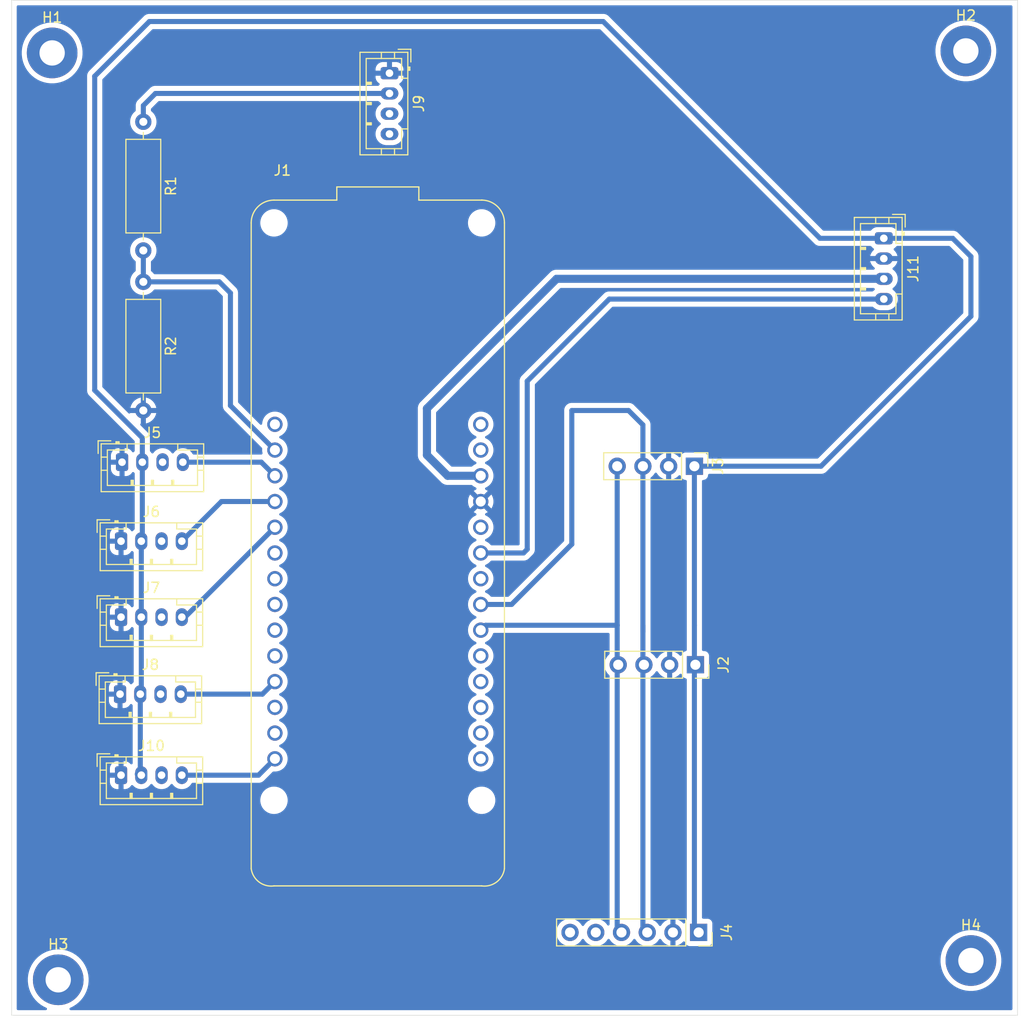
<source format=kicad_pcb>
(kicad_pcb (version 20241229) (generator "pcbnew") (generator_version "9.0")
  (title_block (title "SMART FARMING PROJECT BOARD") (date "2025-03-08"))
  (layers (0 "F.Cu" signal) (2 "B.Cu" signal) (13 "F.Paste" user) (15 "B.Paste" user) (5 "F.SilkS" user "F.Silkscreen") (7 "B.SilkS" user "B.Silkscreen") (1 "F.Mask" user) (3 "B.Mask" user) (25 "Edge.Cuts" user))
  (net 0 "")
  (net 1 "GND")
  (net 2 "/A2")
  (net 3 "/D5")
  (net 4 "/D1")
  (net 5 "/D3")
  (net 6 "/D2")
  (net 7 "/D7")
  (net 8 "/AREF")
  (net 9 "/5V")
  (net 10 "VCC")
  (net 11 "/SDA")
  (net 12 "/SCL")
  (net 13 "/D4")
  (net 14 "Vbat")
  (net 15 "/A5")
  (net 16 "/RESET")
  (net 17 "/D0")
  (net 18 "/MISO")
  (net 19 "/A3")
  (net 20 "/A6")
  (net 21 "/RX")
  (net 22 "/VIN")
  (net 23 "/SCK")
  (net 24 "/A1")
  (net 25 "/D6")
  (net 26 "/A4")
  (net 27 "/D14")
  (net 28 "/A0")
  (net 29 "/MOSI")
  (net 35 "VOUT")
  (footprint "MountingHole:MountingHole_2.5mm_Pad" (layer "F.Cu") (at 105.2 136)
    (property "Reference" "H3" (at 0 -3.5 0) (layer "F.SilkS"))
    (property "Value" "MountingHole")
    (pad "1" thru_hole circle (at 0 0) (size 5 5) (drill 2.5) (layers "*.Cu" "*.Mask"))
  )
  (footprint "Resistor_THT:R_Axial_DIN0309_L9.0mm_D3.2mm_P12.70mm_Horizontal" (layer "F.Cu") (at 113.6 67.1 -90)
    (property "Reference" "R2" (at 6.35 -2.72 90) (layer "F.SilkS"))
    (property "Value" "164k")
    (fp_line (start 1.73 1.72) (end 10.97 1.72) (stroke (width 0.12)) (layer "F.SilkS"))
    (fp_line (start 10.97 1.72) (end 10.97 -1.72) (stroke (width 0.12)) (layer "F.SilkS"))
    (fp_line (start 1.04 0) (end 1.73 0) (stroke (width 0.12)) (layer "F.SilkS"))
    (fp_line (start 11.66 0) (end 10.97 0) (stroke (width 0.12)) (layer "F.SilkS"))
    (fp_line (start 1.73 -1.72) (end 1.73 1.72) (stroke (width 0.12)) (layer "F.SilkS"))
    (fp_line (start 10.97 -1.72) (end 1.73 -1.72) (stroke (width 0.12)) (layer "F.SilkS"))
    (pad "1" thru_hole circle (at 0 0 270) (size 1.6 1.6) (drill 0.8) (layers "*.Cu" "*.Mask") (net 28 "/A0"))
    (pad "2" thru_hole oval (at 12.7 0 270) (size 1.6 1.6) (drill 0.8) (layers "*.Cu" "*.Mask") (net 1 "GND"))
  )
  (footprint "Connector_JST:JST_PH_B4B-PH-K_1x04_P2.00mm_Vertical" (layer "F.Cu") (at 111.4 115.8)
    (property "Reference" "J10" (at 3 -2.9 0) (layer "F.SilkS"))
    (property "Value" "Capteur_temperature_sous_sol")
    (fp_line (start -2.36 -2.11) (end -2.36 -0.86) (stroke (width 0.12)) (layer "F.SilkS"))
    (fp_line (start -2.06 -1.81) (end -2.06 2.91) (stroke (width 0.12)) (layer "F.SilkS"))
    (fp_line (start -2.06 -0.5) (end -1.45 -0.5) (stroke (width 0.12)) (layer "F.SilkS"))
    (fp_line (start -2.06 0.8) (end -1.45 0.8) (stroke (width 0.12)) (layer "F.SilkS"))
    (fp_line (start -2.06 2.91) (end 8.06 2.91) (stroke (width 0.12)) (layer "F.SilkS"))
    (fp_line (start -1.45 -1.2) (end -1.45 2.3) (stroke (width 0.12)) (layer "F.SilkS"))
    (fp_line (start -1.45 2.3) (end 7.45 2.3) (stroke (width 0.12)) (layer "F.SilkS"))
    (fp_line (start -1.11 -2.11) (end -2.36 -2.11) (stroke (width 0.12)) (layer "F.SilkS"))
    (fp_line (start -0.6 -2.01) (end -0.6 -1.81) (stroke (width 0.12)) (layer "F.SilkS"))
    (fp_line (start -0.3 -2.01) (end -0.6 -2.01) (stroke (width 0.12)) (layer "F.SilkS"))
    (fp_line (start -0.3 -1.91) (end -0.6 -1.91) (stroke (width 0.12)) (layer "F.SilkS"))
    (fp_line (start -0.3 -1.81) (end -0.3 -2.01) (stroke (width 0.12)) (layer "F.SilkS"))
    (fp_line (start 0.5 -1.81) (end 0.5 -1.2) (stroke (width 0.12)) (layer "F.SilkS"))
    (fp_line (start 0.5 -1.2) (end -1.45 -1.2) (stroke (width 0.12)) (layer "F.SilkS"))
    (fp_line (start 0.9 1.8) (end 1.1 1.8) (stroke (width 0.12)) (layer "F.SilkS"))
    (fp_line (start 0.9 2.3) (end 0.9 1.8) (stroke (width 0.12)) (layer "F.SilkS"))
    (fp_line (start 1 2.3) (end 1 1.8) (stroke (width 0.12)) (layer "F.SilkS"))
    (fp_line (start 1.1 1.8) (end 1.1 2.3) (stroke (width 0.12)) (layer "F.SilkS"))
    (fp_line (start 2.9 1.8) (end 3.1 1.8) (stroke (width 0.12)) (layer "F.SilkS"))
    (fp_line (start 2.9 2.3) (end 2.9 1.8) (stroke (width 0.12)) (layer "F.SilkS"))
    (fp_line (start 3 2.3) (end 3 1.8) (stroke (width 0.12)) (layer "F.SilkS"))
    (fp_line (start 3.1 1.8) (end 3.1 2.3) (stroke (width 0.12)) (layer "F.SilkS"))
    (fp_line (start 4.9 1.8) (end 5.1 1.8) (stroke (width 0.12)) (layer "F.SilkS"))
    (fp_line (start 4.9 2.3) (end 4.9 1.8) (stroke (width 0.12)) (layer "F.SilkS"))
    (fp_line (start 5 2.3) (end 5 1.8) (stroke (width 0.12)) (layer "F.SilkS"))
    (fp_line (start 5.1 1.8) (end 5.1 2.3) (stroke (width 0.12)) (layer "F.SilkS"))
    (fp_line (start 5.5 -1.2) (end 5.5 -1.81) (stroke (width 0.12)) (layer "F.SilkS"))
    (fp_line (start 7.45 -1.2) (end 5.5 -1.2) (stroke (width 0.12)) (layer "F.SilkS"))
    (fp_line (start 7.45 2.3) (end 7.45 -1.2) (stroke (width 0.12)) (layer "F.SilkS"))
    (fp_line (start 8.06 -1.81) (end -2.06 -1.81) (stroke (width 0.12)) (layer "F.SilkS"))
    (fp_line (start 8.06 -0.5) (end 7.45 -0.5) (stroke (width 0.12)) (layer "F.SilkS"))
    (fp_line (start 8.06 0.8) (end 7.45 0.8) (stroke (width 0.12)) (layer "F.SilkS"))
    (fp_line (start 8.06 2.91) (end 8.06 -1.81) (stroke (width 0.12)) (layer "F.SilkS"))
    (pad "1" thru_hole roundrect (at 0 0) (size 1.2 1.75) (drill 0.75) (layers "*.Cu" "*.Mask") (roundrect_rratio 0.208333) (net 1 "GND"))
    (pad "2" thru_hole oval (at 2 0) (size 1.2 1.75) (drill 0.75) (layers "*.Cu" "*.Mask") (net 35 "VOUT"))
    (pad "3" thru_hole oval (at 4 0) (size 1.2 1.75) (drill 0.75) (layers "*.Cu" "*.Mask"))
    (pad "4" thru_hole oval (at 6 0) (size 1.2 1.75) (drill 0.75) (layers "*.Cu" "*.Mask") (net 3 "/D5"))
  )
  (footprint "Connector_JST:JST_PH_B4B-PH-K_1x04_P2.00mm_Vertical" (layer "F.Cu") (at 111.4 92.7)
    (property "Reference" "J6" (at 3 -2.9 0) (layer "F.SilkS"))
    (property "Value" "Capteur_humidite_sous_sol_20cm")
    (fp_line (start -2.36 -2.11) (end -2.36 -0.86) (stroke (width 0.12)) (layer "F.SilkS"))
    (fp_line (start -2.06 -1.81) (end -2.06 2.91) (stroke (width 0.12)) (layer "F.SilkS"))
    (fp_line (start -2.06 -0.5) (end -1.45 -0.5) (stroke (width 0.12)) (layer "F.SilkS"))
    (fp_line (start -2.06 0.8) (end -1.45 0.8) (stroke (width 0.12)) (layer "F.SilkS"))
    (fp_line (start -2.06 2.91) (end 8.06 2.91) (stroke (width 0.12)) (layer "F.SilkS"))
    (fp_line (start -1.45 -1.2) (end -1.45 2.3) (stroke (width 0.12)) (layer "F.SilkS"))
    (fp_line (start -1.45 2.3) (end 7.45 2.3) (stroke (width 0.12)) (layer "F.SilkS"))
    (fp_line (start -1.11 -2.11) (end -2.36 -2.11) (stroke (width 0.12)) (layer "F.SilkS"))
    (fp_line (start -0.6 -2.01) (end -0.6 -1.81) (stroke (width 0.12)) (layer "F.SilkS"))
    (fp_line (start -0.3 -2.01) (end -0.6 -2.01) (stroke (width 0.12)) (layer "F.SilkS"))
    (fp_line (start -0.3 -1.91) (end -0.6 -1.91) (stroke (width 0.12)) (layer "F.SilkS"))
    (fp_line (start -0.3 -1.81) (end -0.3 -2.01) (stroke (width 0.12)) (layer "F.SilkS"))
    (fp_line (start 0.5 -1.81) (end 0.5 -1.2) (stroke (width 0.12)) (layer "F.SilkS"))
    (fp_line (start 0.5 -1.2) (end -1.45 -1.2) (stroke (width 0.12)) (layer "F.SilkS"))
    (fp_line (start 0.9 1.8) (end 1.1 1.8) (stroke (width 0.12)) (layer "F.SilkS"))
    (fp_line (start 0.9 2.3) (end 0.9 1.8) (stroke (width 0.12)) (layer "F.SilkS"))
    (fp_line (start 1 2.3) (end 1 1.8) (stroke (width 0.12)) (layer "F.SilkS"))
    (fp_line (start 1.1 1.8) (end 1.1 2.3) (stroke (width 0.12)) (layer "F.SilkS"))
    (fp_line (start 2.9 1.8) (end 3.1 1.8) (stroke (width 0.12)) (layer "F.SilkS"))
    (fp_line (start 2.9 2.3) (end 2.9 1.8) (stroke (width 0.12)) (layer "F.SilkS"))
    (fp_line (start 3 2.3) (end 3 1.8) (stroke (width 0.12)) (layer "F.SilkS"))
    (fp_line (start 3.1 1.8) (end 3.1 2.3) (stroke (width 0.12)) (layer "F.SilkS"))
    (fp_line (start 4.9 1.8) (end 5.1 1.8) (stroke (width 0.12)) (layer "F.SilkS"))
    (fp_line (start 4.9 2.3) (end 4.9 1.8) (stroke (width 0.12)) (layer "F.SilkS"))
    (fp_line (start 5 2.3) (end 5 1.8) (stroke (width 0.12)) (layer "F.SilkS"))
    (fp_line (start 5.1 1.8) (end 5.1 2.3) (stroke (width 0.12)) (layer "F.SilkS"))
    (fp_line (start 5.5 -1.2) (end 5.5 -1.81) (stroke (width 0.12)) (layer "F.SilkS"))
    (fp_line (start 7.45 -1.2) (end 5.5 -1.2) (stroke (width 0.12)) (layer "F.SilkS"))
    (fp_line (start 7.45 2.3) (end 7.45 -1.2) (stroke (width 0.12)) (layer "F.SilkS"))
    (fp_line (start 8.06 -1.81) (end -2.06 -1.81) (stroke (width 0.12)) (layer "F.SilkS"))
    (fp_line (start 8.06 -0.5) (end 7.45 -0.5) (stroke (width 0.12)) (layer "F.SilkS"))
    (fp_line (start 8.06 0.8) (end 7.45 0.8) (stroke (width 0.12)) (layer "F.SilkS"))
    (fp_line (start 8.06 2.91) (end 8.06 -1.81) (stroke (width 0.12)) (layer "F.SilkS"))
    (pad "1" thru_hole roundrect (at 0 0) (size 1.2 1.75) (drill 0.75) (layers "*.Cu" "*.Mask") (roundrect_rratio 0.208333) (net 1 "GND"))
    (pad "2" thru_hole oval (at 2 0) (size 1.2 1.75) (drill 0.75) (layers "*.Cu" "*.Mask") (net 35 "VOUT"))
    (pad "3" thru_hole oval (at 4 0) (size 1.2 1.75) (drill 0.75) (layers "*.Cu" "*.Mask"))
    (pad "4" thru_hole oval (at 6 0) (size 1.2 1.75) (drill 0.75) (layers "*.Cu" "*.Mask") (net 2 "/A2"))
  )
  (footprint "Connector_JST:JST_PH_B4B-PH-K_1x04_P2.00mm_Vertical" (layer "F.Cu") (at 111.3 107.8)
    (property "Reference" "J8" (at 3 -2.9 0) (layer "F.SilkS"))
    (property "Value" "DHT22")
    (fp_line (start -2.36 -2.11) (end -2.36 -0.86) (stroke (width 0.12)) (layer "F.SilkS"))
    (fp_line (start -2.06 -1.81) (end -2.06 2.91) (stroke (width 0.12)) (layer "F.SilkS"))
    (fp_line (start -2.06 -0.5) (end -1.45 -0.5) (stroke (width 0.12)) (layer "F.SilkS"))
    (fp_line (start -2.06 0.8) (end -1.45 0.8) (stroke (width 0.12)) (layer "F.SilkS"))
    (fp_line (start -2.06 2.91) (end 8.06 2.91) (stroke (width 0.12)) (layer "F.SilkS"))
    (fp_line (start -1.45 -1.2) (end -1.45 2.3) (stroke (width 0.12)) (layer "F.SilkS"))
    (fp_line (start -1.45 2.3) (end 7.45 2.3) (stroke (width 0.12)) (layer "F.SilkS"))
    (fp_line (start -1.11 -2.11) (end -2.36 -2.11) (stroke (width 0.12)) (layer "F.SilkS"))
    (fp_line (start -0.6 -2.01) (end -0.6 -1.81) (stroke (width 0.12)) (layer "F.SilkS"))
    (fp_line (start -0.3 -2.01) (end -0.6 -2.01) (stroke (width 0.12)) (layer "F.SilkS"))
    (fp_line (start -0.3 -1.91) (end -0.6 -1.91) (stroke (width 0.12)) (layer "F.SilkS"))
    (fp_line (start -0.3 -1.81) (end -0.3 -2.01) (stroke (width 0.12)) (layer "F.SilkS"))
    (fp_line (start 0.5 -1.81) (end 0.5 -1.2) (stroke (width 0.12)) (layer "F.SilkS"))
    (fp_line (start 0.5 -1.2) (end -1.45 -1.2) (stroke (width 0.12)) (layer "F.SilkS"))
    (fp_line (start 0.9 1.8) (end 1.1 1.8) (stroke (width 0.12)) (layer "F.SilkS"))
    (fp_line (start 0.9 2.3) (end 0.9 1.8) (stroke (width 0.12)) (layer "F.SilkS"))
    (fp_line (start 1 2.3) (end 1 1.8) (stroke (width 0.12)) (layer "F.SilkS"))
    (fp_line (start 1.1 1.8) (end 1.1 2.3) (stroke (width 0.12)) (layer "F.SilkS"))
    (fp_line (start 2.9 1.8) (end 3.1 1.8) (stroke (width 0.12)) (layer "F.SilkS"))
    (fp_line (start 2.9 2.3) (end 2.9 1.8) (stroke (width 0.12)) (layer "F.SilkS"))
    (fp_line (start 3 2.3) (end 3 1.8) (stroke (width 0.12)) (layer "F.SilkS"))
    (fp_line (start 3.1 1.8) (end 3.1 2.3) (stroke (width 0.12)) (layer "F.SilkS"))
    (fp_line (start 4.9 1.8) (end 5.1 1.8) (stroke (width 0.12)) (layer "F.SilkS"))
    (fp_line (start 4.9 2.3) (end 4.9 1.8) (stroke (width 0.12)) (layer "F.SilkS"))
    (fp_line (start 5 2.3) (end 5 1.8) (stroke (width 0.12)) (layer "F.SilkS"))
    (fp_line (start 5.1 1.8) (end 5.1 2.3) (stroke (width 0.12)) (layer "F.SilkS"))
    (fp_line (start 5.5 -1.2) (end 5.5 -1.81) (stroke (width 0.12)) (layer "F.SilkS"))
    (fp_line (start 7.45 -1.2) (end 5.5 -1.2) (stroke (width 0.12)) (layer "F.SilkS"))
    (fp_line (start 7.45 2.3) (end 7.45 -1.2) (stroke (width 0.12)) (layer "F.SilkS"))
    (fp_line (start 8.06 -1.81) (end -2.06 -1.81) (stroke (width 0.12)) (layer "F.SilkS"))
    (fp_line (start 8.06 -0.5) (end 7.45 -0.5) (stroke (width 0.12)) (layer "F.SilkS"))
    (fp_line (start 8.06 0.8) (end 7.45 0.8) (stroke (width 0.12)) (layer "F.SilkS"))
    (fp_line (start 8.06 2.91) (end 8.06 -1.81) (stroke (width 0.12)) (layer "F.SilkS"))
    (pad "1" thru_hole roundrect (at 0 0) (size 1.2 1.75) (drill 0.75) (layers "*.Cu" "*.Mask") (roundrect_rratio 0.208333) (net 1 "GND"))
    (pad "2" thru_hole oval (at 2 0) (size 1.2 1.75) (drill 0.75) (layers "*.Cu" "*.Mask") (net 35 "VOUT"))
    (pad "3" thru_hole oval (at 4 0) (size 1.2 1.75) (drill 0.75) (layers "*.Cu" "*.Mask"))
    (pad "4" thru_hole oval (at 6 0) (size 1.2 1.75) (drill 0.75) (layers "*.Cu" "*.Mask") (net 6 "/D2"))
  )
  (footprint "Connector_JST:JST_PH_B4B-PH-K_1x04_P2.00mm_Vertical" (layer "F.Cu") (at 137.9 46.5 -90)
    (property "Reference" "J9" (at 3 -2.9 90) (layer "F.SilkS"))
    (property "Value" "battery_input")
    (fp_line (start -2.06 2.91) (end 8.06 2.91) (stroke (width 0.12)) (layer "F.SilkS"))
    (fp_line (start 8.06 2.91) (end 8.06 -1.81) (stroke (width 0.12)) (layer "F.SilkS"))
    (fp_line (start -1.45 2.3) (end 7.45 2.3) (stroke (width 0.12)) (layer "F.SilkS"))
    (fp_line (start 0.9 2.3) (end 0.9 1.8) (stroke (width 0.12)) (layer "F.SilkS"))
    (fp_line (start 1 2.3) (end 1 1.8) (stroke (width 0.12)) (layer "F.SilkS"))
    (fp_line (start 2.9 2.3) (end 2.9 1.8) (stroke (width 0.12)) (layer "F.SilkS"))
    (fp_line (start 3 2.3) (end 3 1.8) (stroke (width 0.12)) (layer "F.SilkS"))
    (fp_line (start 4.9 2.3) (end 4.9 1.8) (stroke (width 0.12)) (layer "F.SilkS"))
    (fp_line (start 5 2.3) (end 5 1.8) (stroke (width 0.12)) (layer "F.SilkS"))
    (fp_line (start 7.45 2.3) (end 7.45 -1.2) (stroke (width 0.12)) (layer "F.SilkS"))
    (fp_line (start 0.9 1.8) (end 1.1 1.8) (stroke (width 0.12)) (layer "F.SilkS"))
    (fp_line (start 1.1 1.8) (end 1.1 2.3) (stroke (width 0.12)) (layer "F.SilkS"))
    (fp_line (start 2.9 1.8) (end 3.1 1.8) (stroke (width 0.12)) (layer "F.SilkS"))
    (fp_line (start 3.1 1.8) (end 3.1 2.3) (stroke (width 0.12)) (layer "F.SilkS"))
    (fp_line (start 4.9 1.8) (end 5.1 1.8) (stroke (width 0.12)) (layer "F.SilkS"))
    (fp_line (start 5.1 1.8) (end 5.1 2.3) (stroke (width 0.12)) (layer "F.SilkS"))
    (fp_line (start -2.06 0.8) (end -1.45 0.8) (stroke (width 0.12)) (layer "F.SilkS"))
    (fp_line (start 8.06 0.8) (end 7.45 0.8) (stroke (width 0.12)) (layer "F.SilkS"))
    (fp_line (start -2.06 -0.5) (end -1.45 -0.5) (stroke (width 0.12)) (layer "F.SilkS"))
    (fp_line (start 8.06 -0.5) (end 7.45 -0.5) (stroke (width 0.12)) (layer "F.SilkS"))
    (fp_line (start -1.45 -1.2) (end -1.45 2.3) (stroke (width 0.12)) (layer "F.SilkS"))
    (fp_line (start 0.5 -1.2) (end -1.45 -1.2) (stroke (width 0.12)) (layer "F.SilkS"))
    (fp_line (start 5.5 -1.2) (end 5.5 -1.81) (stroke (width 0.12)) (layer "F.SilkS"))
    (fp_line (start 7.45 -1.2) (end 5.5 -1.2) (stroke (width 0.12)) (layer "F.SilkS"))
    (fp_line (start -2.06 -1.81) (end -2.06 2.91) (stroke (width 0.12)) (layer "F.SilkS"))
    (fp_line (start -0.3 -1.81) (end -0.3 -2.01) (stroke (width 0.12)) (layer "F.SilkS"))
    (fp_line (start 0.5 -1.81) (end 0.5 -1.2) (stroke (width 0.12)) (layer "F.SilkS"))
    (fp_line (start 8.06 -1.81) (end -2.06 -1.81) (stroke (width 0.12)) (layer "F.SilkS"))
    (fp_line (start -0.3 -1.91) (end -0.6 -1.91) (stroke (width 0.12)) (layer "F.SilkS"))
    (fp_line (start -0.6 -2.01) (end -0.6 -1.81) (stroke (width 0.12)) (layer "F.SilkS"))
    (fp_line (start -0.3 -2.01) (end -0.6 -2.01) (stroke (width 0.12)) (layer "F.SilkS"))
    (fp_line (start -2.36 -2.11) (end -2.36 -0.86) (stroke (width 0.12)) (layer "F.SilkS"))
    (fp_line (start -1.11 -2.11) (end -2.36 -2.11) (stroke (width 0.12)) (layer "F.SilkS"))
    (pad "1" thru_hole roundrect (at 0 0 270) (size 1.2 1.75) (drill 0.75) (layers "*.Cu" "*.Mask") (roundrect_rratio 0.208333) (net 1 "GND"))
    (pad "2" thru_hole oval (at 2 0 270) (size 1.2 1.75) (drill 0.75) (layers "*.Cu" "*.Mask") (net 14 "Vbat"))
    (pad "3" thru_hole oval (at 4 0 270) (size 1.2 1.75) (drill 0.75) (layers "*.Cu" "*.Mask"))
    (pad "4" thru_hole oval (at 6 0 270) (size 1.2 1.75) (drill 0.75) (layers "*.Cu" "*.Mask"))
  )
  (footprint "Connector_JST:JST_PH_B4B-PH-K_1x04_P2.00mm_Vertical" (layer "F.Cu") (at 111.4 100.2)
    (property "Reference" "J7" (at 3 -2.9 0) (layer "F.SilkS"))
    (property "Value" "Capteur_humidite_sous_sol_30cm")
    (fp_line (start -2.36 -2.11) (end -2.36 -0.86) (stroke (width 0.12)) (layer "F.SilkS"))
    (fp_line (start -2.06 -1.81) (end -2.06 2.91) (stroke (width 0.12)) (layer "F.SilkS"))
    (fp_line (start -2.06 -0.5) (end -1.45 -0.5) (stroke (width 0.12)) (layer "F.SilkS"))
    (fp_line (start -2.06 0.8) (end -1.45 0.8) (stroke (width 0.12)) (layer "F.SilkS"))
    (fp_line (start -2.06 2.91) (end 8.06 2.91) (stroke (width 0.12)) (layer "F.SilkS"))
    (fp_line (start -1.45 -1.2) (end -1.45 2.3) (stroke (width 0.12)) (layer "F.SilkS"))
    (fp_line (start -1.45 2.3) (end 7.45 2.3) (stroke (width 0.12)) (layer "F.SilkS"))
    (fp_line (start -1.11 -2.11) (end -2.36 -2.11) (stroke (width 0.12)) (layer "F.SilkS"))
    (fp_line (start -0.6 -2.01) (end -0.6 -1.81) (stroke (width 0.12)) (layer "F.SilkS"))
    (fp_line (start -0.3 -2.01) (end -0.6 -2.01) (stroke (width 0.12)) (layer "F.SilkS"))
    (fp_line (start -0.3 -1.91) (end -0.6 -1.91) (stroke (width 0.12)) (layer "F.SilkS"))
    (fp_line (start -0.3 -1.81) (end -0.3 -2.01) (stroke (width 0.12)) (layer "F.SilkS"))
    (fp_line (start 0.5 -1.81) (end 0.5 -1.2) (stroke (width 0.12)) (layer "F.SilkS"))
    (fp_line (start 0.5 -1.2) (end -1.45 -1.2) (stroke (width 0.12)) (layer "F.SilkS"))
    (fp_line (start 0.9 1.8) (end 1.1 1.8) (stroke (width 0.12)) (layer "F.SilkS"))
    (fp_line (start 0.9 2.3) (end 0.9 1.8) (stroke (width 0.12)) (layer "F.SilkS"))
    (fp_line (start 1 2.3) (end 1 1.8) (stroke (width 0.12)) (layer "F.SilkS"))
    (fp_line (start 1.1 1.8) (end 1.1 2.3) (stroke (width 0.12)) (layer "F.SilkS"))
    (fp_line (start 2.9 1.8) (end 3.1 1.8) (stroke (width 0.12)) (layer "F.SilkS"))
    (fp_line (start 2.9 2.3) (end 2.9 1.8) (stroke (width 0.12)) (layer "F.SilkS"))
    (fp_line (start 3 2.3) (end 3 1.8) (stroke (width 0.12)) (layer "F.SilkS"))
    (fp_line (start 3.1 1.8) (end 3.1 2.3) (stroke (width 0.12)) (layer "F.SilkS"))
    (fp_line (start 4.9 1.8) (end 5.1 1.8) (stroke (width 0.12)) (layer "F.SilkS"))
    (fp_line (start 4.9 2.3) (end 4.9 1.8) (stroke (width 0.12)) (layer "F.SilkS"))
    (fp_line (start 5 2.3) (end 5 1.8) (stroke (width 0.12)) (layer "F.SilkS"))
    (fp_line (start 5.1 1.8) (end 5.1 2.3) (stroke (width 0.12)) (layer "F.SilkS"))
    (fp_line (start 5.5 -1.2) (end 5.5 -1.81) (stroke (width 0.12)) (layer "F.SilkS"))
    (fp_line (start 7.45 -1.2) (end 5.5 -1.2) (stroke (width 0.12)) (layer "F.SilkS"))
    (fp_line (start 7.45 2.3) (end 7.45 -1.2) (stroke (width 0.12)) (layer "F.SilkS"))
    (fp_line (start 8.06 -1.81) (end -2.06 -1.81) (stroke (width 0.12)) (layer "F.SilkS"))
    (fp_line (start 8.06 -0.5) (end 7.45 -0.5) (stroke (width 0.12)) (layer "F.SilkS"))
    (fp_line (start 8.06 0.8) (end 7.45 0.8) (stroke (width 0.12)) (layer "F.SilkS"))
    (fp_line (start 8.06 2.91) (end 8.06 -1.81) (stroke (width 0.12)) (layer "F.SilkS"))
    (pad "1" thru_hole roundrect (at 0 0) (size 1.2 1.75) (drill 0.75) (layers "*.Cu" "*.Mask") (roundrect_rratio 0.208333) (net 1 "GND"))
    (pad "2" thru_hole oval (at 2 0) (size 1.2 1.75) (drill 0.75) (layers "*.Cu" "*.Mask") (net 35 "VOUT"))
    (pad "3" thru_hole oval (at 4 0) (size 1.2 1.75) (drill 0.75) (layers "*.Cu" "*.Mask"))
    (pad "4" thru_hole oval (at 6 0) (size 1.2 1.75) (drill 0.75) (layers "*.Cu" "*.Mask") (net 19 "/A3"))
  )
  (footprint "Connector_JST:JST_PH_B4B-PH-K_1x04_P2.00mm_Vertical" (layer "F.Cu") (at 186.7 62.8 -90)
    (property "Reference" "J11" (at 3 -2.9 90) (layer "F.SilkS"))
    (property "Value" "regulateur_tension")
    (fp_line (start -2.06 2.91) (end 8.06 2.91) (stroke (width 0.12)) (layer "F.SilkS"))
    (fp_line (start 8.06 2.91) (end 8.06 -1.81) (stroke (width 0.12)) (layer "F.SilkS"))
    (fp_line (start -1.45 2.3) (end 7.45 2.3) (stroke (width 0.12)) (layer "F.SilkS"))
    (fp_line (start 0.9 2.3) (end 0.9 1.8) (stroke (width 0.12)) (layer "F.SilkS"))
    (fp_line (start 1 2.3) (end 1 1.8) (stroke (width 0.12)) (layer "F.SilkS"))
    (fp_line (start 2.9 2.3) (end 2.9 1.8) (stroke (width 0.12)) (layer "F.SilkS"))
    (fp_line (start 3 2.3) (end 3 1.8) (stroke (width 0.12)) (layer "F.SilkS"))
    (fp_line (start 4.9 2.3) (end 4.9 1.8) (stroke (width 0.12)) (layer "F.SilkS"))
    (fp_line (start 5 2.3) (end 5 1.8) (stroke (width 0.12)) (layer "F.SilkS"))
    (fp_line (start 7.45 2.3) (end 7.45 -1.2) (stroke (width 0.12)) (layer "F.SilkS"))
    (fp_line (start 0.9 1.8) (end 1.1 1.8) (stroke (width 0.12)) (layer "F.SilkS"))
    (fp_line (start 1.1 1.8) (end 1.1 2.3) (stroke (width 0.12)) (layer "F.SilkS"))
    (fp_line (start 2.9 1.8) (end 3.1 1.8) (stroke (width 0.12)) (layer "F.SilkS"))
    (fp_line (start 3.1 1.8) (end 3.1 2.3) (stroke (width 0.12)) (layer "F.SilkS"))
    (fp_line (start 4.9 1.8) (end 5.1 1.8) (stroke (width 0.12)) (layer "F.SilkS"))
    (fp_line (start 5.1 1.8) (end 5.1 2.3) (stroke (width 0.12)) (layer "F.SilkS"))
    (fp_line (start -2.06 0.8) (end -1.45 0.8) (stroke (width 0.12)) (layer "F.SilkS"))
    (fp_line (start 8.06 0.8) (end 7.45 0.8) (stroke (width 0.12)) (layer "F.SilkS"))
    (fp_line (start -2.06 -0.5) (end -1.45 -0.5) (stroke (width 0.12)) (layer "F.SilkS"))
    (fp_line (start 8.06 -0.5) (end 7.45 -0.5) (stroke (width 0.12)) (layer "F.SilkS"))
    (fp_line (start -1.45 -1.2) (end -1.45 2.3) (stroke (width 0.12)) (layer "F.SilkS"))
    (fp_line (start 0.5 -1.2) (end -1.45 -1.2) (stroke (width 0.12)) (layer "F.SilkS"))
    (fp_line (start 5.5 -1.2) (end 5.5 -1.81) (stroke (width 0.12)) (layer "F.SilkS"))
    (fp_line (start 7.45 -1.2) (end 5.5 -1.2) (stroke (width 0.12)) (layer "F.SilkS"))
    (fp_line (start -2.06 -1.81) (end -2.06 2.91) (stroke (width 0.12)) (layer "F.SilkS"))
    (fp_line (start -0.3 -1.81) (end -0.3 -2.01) (stroke (width 0.12)) (layer "F.SilkS"))
    (fp_line (start 0.5 -1.81) (end 0.5 -1.2) (stroke (width 0.12)) (layer "F.SilkS"))
    (fp_line (start 8.06 -1.81) (end -2.06 -1.81) (stroke (width 0.12)) (layer "F.SilkS"))
    (fp_line (start -0.3 -1.91) (end -0.6 -1.91) (stroke (width 0.12)) (layer "F.SilkS"))
    (fp_line (start -0.6 -2.01) (end -0.6 -1.81) (stroke (width 0.12)) (layer "F.SilkS"))
    (fp_line (start -0.3 -2.01) (end -0.6 -2.01) (stroke (width 0.12)) (layer "F.SilkS"))
    (fp_line (start -2.36 -2.11) (end -2.36 -0.86) (stroke (width 0.12)) (layer "F.SilkS"))
    (fp_line (start -1.11 -2.11) (end -2.36 -2.11) (stroke (width 0.12)) (layer "F.SilkS"))
    (pad "1" thru_hole roundrect (at 0 0 270) (size 1.2 1.75) (drill 0.75) (layers "*.Cu" "*.Mask") (roundrect_rratio 0.208333) (net 35 "VOUT"))
    (pad "2" thru_hole oval (at 2 0 270) (size 1.2 1.75) (drill 0.75) (layers "*.Cu" "*.Mask") (net 1 "GND"))
    (pad "3" thru_hole oval (at 4 0 270) (size 1.2 1.75) (drill 0.75) (layers "*.Cu" "*.Mask") (net 10 "VCC"))
    (pad "4" thru_hole oval (at 6 0 270) (size 1.2 1.75) (drill 0.75) (layers "*.Cu" "*.Mask") (net 27 "/D14"))
  )
  (footprint "Connector_PinHeader_2.54mm:PinHeader_1x04_P2.54mm_Vertical" (layer "F.Cu") (at 168 85.3 -90)
    (property "Reference" "J3" (at 0 -2.33 90) (layer "F.SilkS"))
    (property "Value" "Capteur de luminosite")
    (fp_line (start -1.33 8.95) (end 1.33 8.95) (stroke (width 0.12)) (layer "F.SilkS"))
    (fp_line (start -1.33 1.27) (end -1.33 8.95) (stroke (width 0.12)) (layer "F.SilkS"))
    (fp_line (start -1.33 1.27) (end 1.33 1.27) (stroke (width 0.12)) (layer "F.SilkS"))
    (fp_line (start 1.33 1.27) (end 1.33 8.95) (stroke (width 0.12)) (layer "F.SilkS"))
    (fp_line (start -1.33 0) (end -1.33 -1.33) (stroke (width 0.12)) (layer "F.SilkS"))
    (fp_line (start -1.33 -1.33) (end 0 -1.33) (stroke (width 0.12)) (layer "F.SilkS"))
    (pad "1" thru_hole rect (at 0 0 270) (size 1.7 1.7) (drill 1) (layers "*.Cu" "*.Mask") (net 35 "VOUT"))
    (pad "2" thru_hole oval (at 0 2.54 270) (size 1.7 1.7) (drill 1) (layers "*.Cu" "*.Mask") (net 1 "GND"))
    (pad "3" thru_hole oval (at 0 5.08 270) (size 1.7 1.7) (drill 1) (layers "*.Cu" "*.Mask") (net 12 "/SCL"))
    (pad "4" thru_hole oval (at 0 7.62 270) (size 1.7 1.7) (drill 1) (layers "*.Cu" "*.Mask") (net 11 "/SDA"))
  )
  (footprint "MountingHole:MountingHole_2.5mm_Pad" (layer "F.Cu") (at 104.6 44.5)
    (property "Reference" "H1" (at 0 -3.5 0) (layer "F.SilkS"))
    (property "Value" "MountingHole")
    (pad "1" thru_hole circle (at 0 0) (size 5 5) (drill 2.5) (layers "*.Cu" "*.Mask"))
  )
  (footprint "Connector_JST:JST_PH_B4B-PH-K_1x04_P2.00mm_Vertical" (layer "F.Cu") (at 111.5 84.9)
    (property "Reference" "J5" (at 3 -2.9 0) (layer "F.SilkS"))
    (property "Value" "Capteur_humidite_sous_sol_10cm")
    (fp_line (start -2.36 -2.11) (end -2.36 -0.86) (stroke (width 0.12)) (layer "F.SilkS"))
    (fp_line (start -2.06 -1.81) (end -2.06 2.91) (stroke (width 0.12)) (layer "F.SilkS"))
    (fp_line (start -2.06 -0.5) (end -1.45 -0.5) (stroke (width 0.12)) (layer "F.SilkS"))
    (fp_line (start -2.06 0.8) (end -1.45 0.8) (stroke (width 0.12)) (layer "F.SilkS"))
    (fp_line (start -2.06 2.91) (end 8.06 2.91) (stroke (width 0.12)) (layer "F.SilkS"))
    (fp_line (start -1.45 -1.2) (end -1.45 2.3) (stroke (width 0.12)) (layer "F.SilkS"))
    (fp_line (start -1.45 2.3) (end 7.45 2.3) (stroke (width 0.12)) (layer "F.SilkS"))
    (fp_line (start -1.11 -2.11) (end -2.36 -2.11) (stroke (width 0.12)) (layer "F.SilkS"))
    (fp_line (start -0.6 -2.01) (end -0.6 -1.81) (stroke (width 0.12)) (layer "F.SilkS"))
    (fp_line (start -0.3 -2.01) (end -0.6 -2.01) (stroke (width 0.12)) (layer "F.SilkS"))
    (fp_line (start -0.3 -1.91) (end -0.6 -1.91) (stroke (width 0.12)) (layer "F.SilkS"))
    (fp_line (start -0.3 -1.81) (end -0.3 -2.01) (stroke (width 0.12)) (layer "F.SilkS"))
    (fp_line (start 0.5 -1.81) (end 0.5 -1.2) (stroke (width 0.12)) (layer "F.SilkS"))
    (fp_line (start 0.5 -1.2) (end -1.45 -1.2) (stroke (width 0.12)) (layer "F.SilkS"))
    (fp_line (start 0.9 1.8) (end 1.1 1.8) (stroke (width 0.12)) (layer "F.SilkS"))
    (fp_line (start 0.9 2.3) (end 0.9 1.8) (stroke (width 0.12)) (layer "F.SilkS"))
    (fp_line (start 1 2.3) (end 1 1.8) (stroke (width 0.12)) (layer "F.SilkS"))
    (fp_line (start 1.1 1.8) (end 1.1 2.3) (stroke (width 0.12)) (layer "F.SilkS"))
    (fp_line (start 2.9 1.8) (end 3.1 1.8) (stroke (width 0.12)) (layer "F.SilkS"))
    (fp_line (start 2.9 2.3) (end 2.9 1.8) (stroke (width 0.12)) (layer "F.SilkS"))
    (fp_line (start 3 2.3) (end 3 1.8) (stroke (width 0.12)) (layer "F.SilkS"))
    (fp_line (start 3.1 1.8) (end 3.1 2.3) (stroke (width 0.12)) (layer "F.SilkS"))
    (fp_line (start 4.9 1.8) (end 5.1 1.8) (stroke (width 0.12)) (layer "F.SilkS"))
    (fp_line (start 4.9 2.3) (end 4.9 1.8) (stroke (width 0.12)) (layer "F.SilkS"))
    (fp_line (start 5 2.3) (end 5 1.8) (stroke (width 0.12)) (layer "F.SilkS"))
    (fp_line (start 5.1 1.8) (end 5.1 2.3) (stroke (width 0.12)) (layer "F.SilkS"))
    (fp_line (start 5.5 -1.2) (end 5.5 -1.81) (stroke (width 0.12)) (layer "F.SilkS"))
    (fp_line (start 7.45 -1.2) (end 5.5 -1.2) (stroke (width 0.12)) (layer "F.SilkS"))
    (fp_line (start 7.45 2.3) (end 7.45 -1.2) (stroke (width 0.12)) (layer "F.SilkS"))
    (fp_line (start 8.06 -1.81) (end -2.06 -1.81) (stroke (width 0.12)) (layer "F.SilkS"))
    (fp_line (start 8.06 -0.5) (end 7.45 -0.5) (stroke (width 0.12)) (layer "F.SilkS"))
    (fp_line (start 8.06 0.8) (end 7.45 0.8) (stroke (width 0.12)) (layer "F.SilkS"))
    (fp_line (start 8.06 2.91) (end 8.06 -1.81) (stroke (width 0.12)) (layer "F.SilkS"))
    (pad "1" thru_hole roundrect (at 0 0) (size 1.2 1.75) (drill 0.75) (layers "*.Cu" "*.Mask") (roundrect_rratio 0.208333) (net 1 "GND"))
    (pad "2" thru_hole oval (at 2 0) (size 1.2 1.75) (drill 0.75) (layers "*.Cu" "*.Mask") (net 35 "VOUT"))
    (pad "3" thru_hole oval (at 4 0) (size 1.2 1.75) (drill 0.75) (layers "*.Cu" "*.Mask"))
    (pad "4" thru_hole oval (at 6 0) (size 1.2 1.75) (drill 0.75) (layers "*.Cu" "*.Mask") (net 24 "/A1"))
  )
  (footprint "Connector_PinSocket_2.54mm:PinSocket_1x04_P2.54mm_Vertical" (layer "F.Cu") (at 168.1 104.9 -90)
    (property "Reference" "J2" (at 0 -2.77 90) (layer "F.SilkS"))
    (property "Value" "Capteur de pression")
    (fp_line (start -1.33 8.95) (end 1.33 8.95) (stroke (width 0.12)) (layer "F.SilkS"))
    (fp_line (start -1.33 1.27) (end -1.33 8.95) (stroke (width 0.12)) (layer "F.SilkS"))
    (fp_line (start -1.33 1.27) (end 1.33 1.27) (stroke (width 0.12)) (layer "F.SilkS"))
    (fp_line (start 1.33 1.27) (end 1.33 8.95) (stroke (width 0.12)) (layer "F.SilkS"))
    (fp_line (start 0 -1.33) (end 1.33 -1.33) (stroke (width 0.12)) (layer "F.SilkS"))
    (fp_line (start 1.33 -1.33) (end 1.33 0) (stroke (width 0.12)) (layer "F.SilkS"))
    (pad "1" thru_hole rect (at 0 0 270) (size 1.7 1.7) (drill 1) (layers "*.Cu" "*.Mask") (net 35 "VOUT"))
    (pad "2" thru_hole oval (at 0 2.54 270) (size 1.7 1.7) (drill 1) (layers "*.Cu" "*.Mask") (net 1 "GND"))
    (pad "3" thru_hole oval (at 0 5.08 270) (size 1.7 1.7) (drill 1) (layers "*.Cu" "*.Mask") (net 12 "/SCL"))
    (pad "4" thru_hole oval (at 0 7.62 270) (size 1.7 1.7) (drill 1) (layers "*.Cu" "*.Mask") (net 11 "/SDA"))
  )
  (footprint "ARDUINO_MKR_WAN_1310:BOARD_ARDUINO_MKR_WAN_1310_MODIFIED" (layer "F.Cu") (at 136.75 92.88)
    (property "Reference" "J1" (at -9.425 -36.775 0) (layer "F.SilkS"))
    (property "Value" "Arduino_MKRWAN_SHIELD")
    (fp_line (start -12.5 -31.6) (end -12.5 32.15) (stroke (width 0.127)) (layer "F.SilkS"))
    (fp_line (start -10.25 33.85) (end 10.25 33.85) (stroke (width 0.127)) (layer "F.SilkS"))
    (fp_line (start -4.05 -35.15) (end -4.05 -33.85) (stroke (width 0.127)) (layer "F.SilkS"))
    (fp_line (start -4.05 -33.85) (end -10.25 -33.85) (stroke (width 0.127)) (layer "F.SilkS"))
    (fp_line (start 4.05 -35.15) (end -4.05 -35.15) (stroke (width 0.127)) (layer "F.SilkS"))
    (fp_line (start 4.05 -33.85) (end 4.05 -35.15) (stroke (width 0.127)) (layer "F.SilkS"))
    (fp_line (start 10.25 -33.85) (end 4.05 -33.85) (stroke (width 0.127)) (layer "F.SilkS"))
    (fp_line (start 10.25 -33.85) (end 10.3 -33.85) (stroke (width 0.127)) (layer "F.SilkS"))
    (fp_line (start 12.5 32.15) (end 12.5 -31.6) (stroke (width 0.127)) (layer "F.SilkS"))
    (fp_arc (start -12.5 -31.6) (mid -11.84099 -33.19099) (end -10.25 -33.85) (stroke (width 0.127)) (layer "F.SilkS"))
    (fp_arc (start -10.25 33.85) (mid -11.727082 33.46599) (end -12.5 32.15) (stroke (width 0.127)) (layer "F.SilkS"))
    (fp_arc (start 10.25 -33.85) (mid 11.84099 -33.19099) (end 12.5 -31.6) (stroke (width 0.127)) (layer "F.SilkS"))
    (fp_arc (start 12.5 32.15) (mid 11.727082 33.46599) (end 10.25 33.85) (stroke (width 0.127)) (layer "F.SilkS"))
    (pad "" np_thru_hole circle (at -10.25 -31.6) (size 2.2 2.2) (drill 2.2) (layers "*.Cu" "*.Mask"))
    (pad "" np_thru_hole circle (at -10.25 25.4) (size 2.2 2.2) (drill 2.2) (layers "*.Cu" "*.Mask"))
    (pad "" np_thru_hole circle (at 10.25 -31.6) (size 2.2 2.2) (drill 2.2) (layers "*.Cu" "*.Mask"))
    (pad "" np_thru_hole circle (at 10.25 25.4) (size 2.2 2.2) (drill 2.2) (layers "*.Cu" "*.Mask"))
    (pad "1" thru_hole circle (at -10.16 -11.7152) (size 1.508 1.508) (drill 1) (layers "*.Cu" "*.Mask") (net 8 "/AREF"))
    (pad "2" thru_hole circle (at -10.16 -9.1752) (size 1.508 1.508) (drill 1) (layers "*.Cu" "*.Mask") (net 28 "/A0"))
    (pad "3" thru_hole circle (at -10.16 -6.6352) (size 1.508 1.508) (drill 1) (layers "*.Cu" "*.Mask") (net 24 "/A1"))
    (pad "4" thru_hole circle (at -10.16 -4.0952) (size 1.508 1.508) (drill 1) (layers "*.Cu" "*.Mask") (net 2 "/A2"))
    (pad "5" thru_hole circle (at -10.16 -1.5552) (size 1.508 1.508) (drill 1) (layers "*.Cu" "*.Mask") (net 19 "/A3"))
    (pad "6" thru_hole circle (at -10.16 0.9848) (size 1.508 1.508) (drill 1) (layers "*.Cu" "*.Mask") (net 26 "/A4"))
    (pad "7" thru_hole circle (at -10.16 3.5248) (size 1.508 1.508) (drill 1) (layers "*.Cu" "*.Mask") (net 15 "/A5"))
    (pad "8" thru_hole circle (at -10.16 6.0648) (size 1.508 1.508) (drill 1) (layers "*.Cu" "*.Mask") (net 20 "/A6"))
    (pad "9" thru_hole circle (at -10.16 8.6048) (size 1.508 1.508) (drill 1) (layers "*.Cu" "*.Mask") (net 17 "/D0"))
    (pad "10" thru_hole circle (at -10.16 11.1448) (size 1.508 1.508) (drill 1) (layers "*.Cu" "*.Mask") (net 4 "/D1"))
    (pad "11" thru_hole circle (at -10.16 13.6848) (size 1.508 1.508) (drill 1) (layers "*.Cu" "*.Mask") (net 6 "/D2"))
    (pad "12" thru_hole circle (at -10.16 16.2248) (size 1.508 1.508) (drill 1) (layers "*.Cu" "*.Mask") (net 5 "/D3"))
    (pad "13" thru_hole circle (at -10.16 18.7648) (size 1.508 1.508) (drill 1) (layers "*.Cu" "*.Mask") (net 13 "/D4"))
    (pad "14" thru_hole circle (at -10.16 21.3048) (size 1.508 1.508) (drill 1) (layers "*.Cu" "*.Mask") (net 3 "/D5"))
    (pad "15" thru_hole circle (at 10.16 21.3048) (size 1.508 1.508) (drill 1) (layers "*.Cu" "*.Mask") (net 25 "/D6"))
    (pad "16" thru_hole circle (at 10.16 18.7648) (size 1.508 1.508) (drill 1) (layers "*.Cu" "*.Mask") (net 7 "/D7"))
    (pad "17" thru_hole circle (at 10.16 16.2248) (size 1.508 1.508) (drill 1) (layers "*.Cu" "*.Mask") (net 29 "/MOSI"))
    (pad "18" thru_hole circle (at 10.16 13.6848) (size 1.508 1.508) (drill 1) (layers "*.Cu" "*.Mask") (net 23 "/SCK"))
    (pad "19" thru_hole circle (at 10.16 11.1448) (size 1.508 1.508) (drill 1) (layers "*.Cu" "*.Mask") (net 18 "/MISO"))
    (pad "20" thru_hole circle (at 10.16 8.6048) (size 1.508 1.508) (drill 1) (layers "*.Cu" "*.Mask") (net 11 "/SDA"))
    (pad "21" thru_hole circle (at 10.16 6.0648) (size 1.508 1.508) (drill 1) (layers "*.Cu" "*.Mask") (net 12 "/SCL"))
    (pad "22" thru_hole circle (at 10.16 3.5248) (size 1.508 1.508) (drill 1) (layers "*.Cu" "*.Mask") (net 21 "/RX"))
    (pad "23" thru_hole circle (at 10.16 0.9848) (size 1.508 1.508) (drill 1) (layers "*.Cu" "*.Mask") (net 27 "/D14"))
    (pad "24" thru_hole circle (at 10.16 -1.5552) (size 1.508 1.508) (drill 1) (layers "*.Cu" "*.Mask") (net 16 "/RESET"))
    (pad "25" thru_hole circle (at 10.16 -4.0952) (size 1.508 1.508) (drill 1) (layers "*.Cu" "*.Mask") (net 1 "GND"))
    (pad "26" thru_hole circle (at 10.16 -6.6352) (size 1.508 1.508) (drill 1) (layers "*.Cu" "*.Mask") (net 10 "VCC"))
    (pad "27" thru_hole circle (at 10.16 -9.1752) (size 1.508 1.508) (drill 1) (layers "*.Cu" "*.Mask") (net 22 "/VIN"))
    (pad "28" thru_hole circle (at 10.16 -11.7152) (size 1.508 1.508) (drill 1) (layers "*.Cu" "*.Mask") (net 9 "/5V"))
  )
  (footprint "MountingHole:MountingHole_2.5mm_Pad" (layer "F.Cu") (at 195.3 134.1)
    (property "Reference" "H4" (at 0 -3.5 0) (layer "F.SilkS"))
    (property "Value" "MountingHole")
    (pad "1" thru_hole circle (at 0 0) (size 5 5) (drill 2.5) (layers "*.Cu" "*.Mask"))
  )
  (footprint "Connector_PinSocket_2.54mm:PinSocket_1x06_P2.54mm_Vertical" (layer "F.Cu") (at 168.425 131.325 -90)
    (property "Reference" "J4" (at 0 -2.77 90) (layer "F.SilkS"))
    (property "Value" "Capteur_de_CO2")
    (fp_line (start -1.33 14.03) (end 1.33 14.03) (stroke (width 0.12)) (layer "F.SilkS"))
    (fp_line (start -1.33 1.27) (end -1.33 14.03) (stroke (width 0.12)) (layer "F.SilkS"))
    (fp_line (start -1.33 1.27) (end 1.33 1.27) (stroke (width 0.12)) (layer "F.SilkS"))
    (fp_line (start 1.33 1.27) (end 1.33 14.03) (stroke (width 0.12)) (layer "F.SilkS"))
    (fp_line (start 0 -1.33) (end 1.33 -1.33) (stroke (width 0.12)) (layer "F.SilkS"))
    (fp_line (start 1.33 -1.33) (end 1.33 0) (stroke (width 0.12)) (layer "F.SilkS"))
    (pad "1" thru_hole rect (at 0 0 270) (size 1.7 1.7) (drill 1) (layers "*.Cu" "*.Mask") (net 35 "VOUT"))
    (pad "2" thru_hole oval (at 0 2.54 270) (size 1.7 1.7) (drill 1) (layers "*.Cu" "*.Mask") (net 1 "GND"))
    (pad "3" thru_hole oval (at 0 5.08 270) (size 1.7 1.7) (drill 1) (layers "*.Cu" "*.Mask") (net 12 "/SCL"))
    (pad "4" thru_hole oval (at 0 7.62 270) (size 1.7 1.7) (drill 1) (layers "*.Cu" "*.Mask") (net 11 "/SDA"))
    (pad "5" thru_hole oval (at 0 10.16 270) (size 1.7 1.7) (drill 1) (layers "*.Cu" "*.Mask"))
    (pad "6" thru_hole oval (at 0 12.7 270) (size 1.7 1.7) (drill 1) (layers "*.Cu" "*.Mask"))
  )
  (footprint "MountingHole:MountingHole_2.5mm_Pad" (layer "F.Cu") (at 194.8 44.3)
    (property "Reference" "H2" (at 0 -3.5 0) (layer "F.SilkS"))
    (property "Value" "MountingHole")
    (pad "1" thru_hole circle (at 0 0) (size 5 5) (drill 2.5) (layers "*.Cu" "*.Mask"))
  )
  (footprint "Resistor_THT:R_Axial_DIN0309_L9.0mm_D3.2mm_P12.70mm_Horizontal" (layer "F.Cu") (at 113.6 51.3 -90)
    (property "Reference" "R1" (at 6.35 -2.72 90) (layer "F.SilkS"))
    (property "Value" "164k")
    (fp_line (start 1.73 1.72) (end 10.97 1.72) (stroke (width 0.12)) (layer "F.SilkS"))
    (fp_line (start 10.97 1.72) (end 10.97 -1.72) (stroke (width 0.12)) (layer "F.SilkS"))
    (fp_line (start 1.04 0) (end 1.73 0) (stroke (width 0.12)) (layer "F.SilkS"))
    (fp_line (start 11.66 0) (end 10.97 0) (stroke (width 0.12)) (layer "F.SilkS"))
    (fp_line (start 1.73 -1.72) (end 1.73 1.72) (stroke (width 0.12)) (layer "F.SilkS"))
    (fp_line (start 10.97 -1.72) (end 1.73 -1.72) (stroke (width 0.12)) (layer "F.SilkS"))
    (pad "1" thru_hole circle (at 0 0 270) (size 1.6 1.6) (drill 0.8) (layers "*.Cu" "*.Mask") (net 14 "Vbat"))
    (pad "2" thru_hole oval (at 12.7 0 270) (size 1.6 1.6) (drill 0.8) (layers "*.Cu" "*.Mask") (net 28 "/A0"))
  )
  (gr_line (start 100.6 39.3) (end 100.8 39.3) (stroke (width 0.05)) (layer "Edge.Cuts"))
  (gr_line (start 199.9 39.3) (end 199.9 139.5) (stroke (width 0.05)) (layer "Edge.Cuts"))
  (gr_line (start 100.8 39.3) (end 199.9 39.3) (stroke (width 0.05)) (layer "Edge.Cuts"))
  (gr_line (start 199.9 139.5) (end 100.6 139.5) (stroke (width 0.05)) (layer "Edge.Cuts"))
  (gr_line (start 100.6 139.5) (end 100.6 39.3) (stroke (width 0.05)) (layer "Edge.Cuts"))
  (segment (start 117.4 92.7) (end 121.3152 88.7848) (width 0.5) (layer "B.Cu") (net 2))
  (segment (start 121.3152 88.7848) (end 126.59 88.7848) (width 0.5) (layer "B.Cu") (net 2))
  (segment (start 117.4 115.8) (end 124.9748 115.8) (width 0.5) (layer "B.Cu") (net 3))
  (segment (start 124.9748 115.8) (end 126.59 114.1848) (width 0.5) (layer "B.Cu") (net 3))
  (segment (start 125.3548 107.8) (end 126.59 106.5648) (width 0.5) (layer "B.Cu") (net 6))
  (segment (start 117.3 107.8) (end 125.3548 107.8) (width 0.5) (layer "B.Cu") (net 6))
  (segment (start 143.6448 86.2448) (end 146.91 86.2448) (width 0.8) (layer "B.Cu") (net 10))
  (segment (start 154.4 66.8) (end 141.6 79.6) (width 0.8) (layer "B.Cu") (net 10))
  (segment (start 186.7 66.8) (end 154.4 66.8) (width 0.8) (layer "B.Cu") (net 10))
  (segment (start 141.6 79.6) (end 141.6 84.2) (width 0.8) (layer "B.Cu") (net 10))
  (segment (start 141.6 84.2) (end 143.6448 86.2448) (width 0.8) (layer "B.Cu") (net 10))
  (segment (start 160.38 85.3) (end 160.38 101) (width 0.5) (layer "B.Cu") (net 11))
  (segment (start 160.38 101) (end 147.3948 101) (width 0.5) (layer "B.Cu") (net 11))
  (segment (start 147.3948 101) (end 146.91 101.4848) (width 0.5) (layer "B.Cu") (net 11))
  (segment (start 160.38 101) (end 160.38 130.9) (width 0.5) (layer "B.Cu") (net 11))
  (segment (start 160.38 130.9) (end 160.805 131.325) (width 0.5) (layer "B.Cu") (net 11))
  (segment (start 161.5 79.8) (end 162.92 81.22) (width 0.5) (layer "B.Cu") (net 12))
  (segment (start 162.92 101) (end 162.92 130.9) (width 0.5) (layer "B.Cu") (net 12))
  (segment (start 155.9 93) (end 155.9 79.8) (width 0.5) (layer "B.Cu") (net 12))
  (segment (start 162.92 130.9) (end 163.345 131.325) (width 0.5) (layer "B.Cu") (net 12))
  (segment (start 162.92 85.3) (end 162.92 101.68) (width 0.5) (layer "B.Cu") (net 12))
  (segment (start 162.92 81.22) (end 162.92 85.3) (width 0.5) (layer "B.Cu") (net 12))
  (segment (start 146.91 98.9448) (end 149.9552 98.9448) (width 0.5) (layer "B.Cu") (net 12))
  (segment (start 155.9 79.8) (end 161.5 79.8) (width 0.5) (layer "B.Cu") (net 12))
  (segment (start 149.9552 98.9448) (end 155.9 93) (width 0.5) (layer "B.Cu") (net 12))
  (segment (start 113.6 51.3) (end 113.6 49.7) (width 0.5) (layer "B.Cu") (net 14))
  (segment (start 113.6 49.7) (end 114.8 48.5) (width 0.5) (layer "B.Cu") (net 14))
  (segment (start 114.8 48.5) (end 137.9 48.5) (width 0.5) (layer "B.Cu") (net 14))
  (segment (start 117.7148 100.2) (end 126.59 91.3248) (width 0.5) (layer "B.Cu") (net 19))
  (segment (start 117.4 100.2) (end 117.7148 100.2) (width 0.5) (layer "B.Cu") (net 19))
  (segment (start 117.5 84.9) (end 125.2452 84.9) (width 0.5) (layer "B.Cu") (net 24))
  (segment (start 125.2452 84.9) (end 126.59 86.2448) (width 0.5) (layer "B.Cu") (net 24))
  (segment (start 151.1352 93.8648) (end 146.91 93.8648) (width 0.5) (layer "B.Cu") (net 27))
  (segment (start 186.7 68.8) (end 159.6 68.8) (width 0.5) (layer "B.Cu") (net 27))
  (segment (start 159.6 68.8) (end 151.5 76.9) (width 0.5) (layer "B.Cu") (net 27))
  (segment (start 151.5 76.9) (end 151.5 93.5) (width 0.5) (layer "B.Cu") (net 27))
  (segment (start 151.5 93.5) (end 151.1352 93.8648) (width 0.5) (layer "B.Cu") (net 27))
  (segment (start 113.6 64) (end 113.6 67.1) (width 0.5) (layer "B.Cu") (net 28))
  (segment (start 122.2 68.2) (end 121.1 67.1) (width 0.5) (layer "B.Cu") (net 28))
  (segment (start 126.59 83.7048) (end 122.2 79.3148) (width 0.5) (layer "B.Cu") (net 28))
  (segment (start 122.2 79.3148) (end 122.2 68.2) (width 0.5) (layer "B.Cu") (net 28))
  (segment (start 121.1 67.1) (end 113.6 67.1) (width 0.5) (layer "B.Cu") (net 28))
  (segment (start 195.3 70.5) (end 180.5 85.3) (width 0.5) (layer "B.Cu") (net 35))
  (segment (start 113.5 82.5) (end 113.5 84.9) (width 0.5) (layer "B.Cu") (net 35))
  (segment (start 113.4 100.2) (end 113.4 107.7) (width 0.5) (layer "B.Cu") (net 35))
  (segment (start 113.5 84.9) (end 113.5 92.6) (width 0.5) (layer "B.Cu") (net 35))
  (segment (start 114.2 41.4) (end 108.8 46.8) (width 0.5) (layer "B.Cu") (net 35))
  (segment (start 108.8 77.8) (end 113.5 82.5) (width 0.5) (layer "B.Cu") (net 35))
  (segment (start 113.3 115.7) (end 113.4 115.8) (width 0.5) (layer "B.Cu") (net 35))
  (segment (start 186.7 62.8) (end 193.5 62.8) (width 0.5) (layer "B.Cu") (net 35))
  (segment (start 168 85.3) (end 168 101) (width 0.5) (layer "B.Cu") (net 35))
  (segment (start 113.4 92.7) (end 113.4 100.2) (width 0.5) (layer "B.Cu") (net 35))
  (segment (start 113.3 107.8) (end 113.3 115.7) (width 0.5) (layer "B.Cu") (net 35))
  (segment (start 168 130.9) (end 168.425 131.325) (width 0.5) (layer "B.Cu") (net 35))
  (segment (start 113.4 107.7) (end 113.3 107.8) (width 0.5) (layer "B.Cu") (net 35))
  (segment (start 113.5 92.6) (end 113.4 92.7) (width 0.5) (layer "B.Cu") (net 35))
  (segment (start 180.4 62.8) (end 159 41.4) (width 0.5) (layer "B.Cu") (net 35))
  (segment (start 193.5 62.8) (end 195.3 64.6) (width 0.5) (layer "B.Cu") (net 35))
  (segment (start 108.8 46.8) (end 108.8 77.8) (width 0.5) (layer "B.Cu") (net 35))
  (segment (start 168 101) (end 168 130.9) (width 0.5) (layer "B.Cu") (net 35))
  (segment (start 195.3 64.6) (end 195.3 70.5) (width 0.5) (layer "B.Cu") (net 35))
  (segment (start 113.3 115.4) (end 113 115.7) (width 0.5) (layer "B.Cu") (net 35))
  (segment (start 180.5 85.3) (end 168 85.3) (width 0.5) (layer "B.Cu") (net 35))
  (segment (start 159 41.4) (end 114.2 41.4) (width 0.5) (layer "B.Cu") (net 35))
  (segment (start 186.7 62.8) (end 180.4 62.8) (width 0.5) (layer "B.Cu") (net 35))
  (zone (net 1) (net_name "GND") (layer "B.Cu") (connect_pads (clearance 0.5)) (min_thickness 0.25) (fill yes (thermal_gap 0.5) (thermal_bridge_width 0.5))
    (polygon (pts (xy 100.8 39.4) (xy 200 39.4) (xy 200.4 39.8) (xy 200.4 139.7) (xy 101.1 139.7) (xy 100.8 139.4)))
  )
)
</source>
